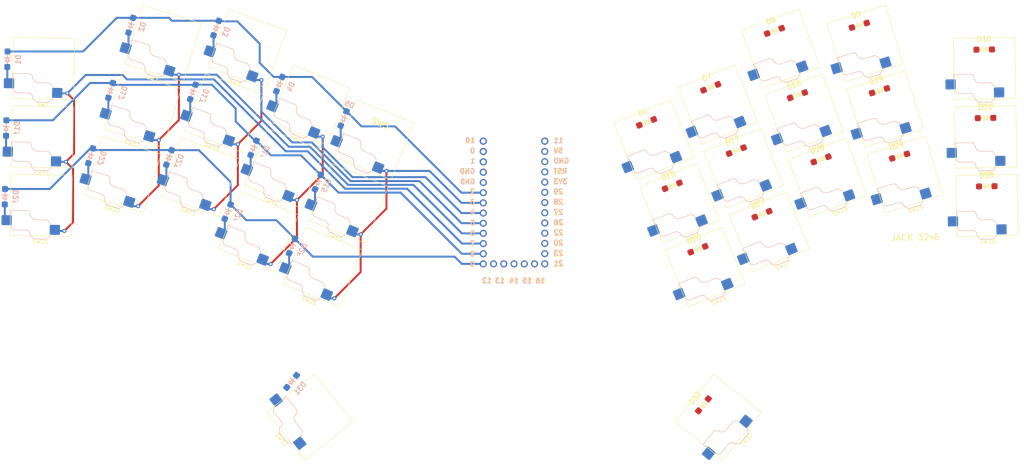
<source format=kicad_pcb>
(kicad_pcb (version 20221018) (generator pcbnew)
  (title_block (title "Jack 32") (date "2024-04-18") (rev "0.6"))
  (layers (0 "F.Cu" signal) (31 "B.Cu" signal) (34 "B.Paste" user) (35 "F.Paste" user) (36 "B.SilkS" user "B.Silkscreen") (37 "F.SilkS" user "F.Silkscreen") (38 "B.Mask" user) (39 "F.Mask" user) (44 "Edge.Cuts" user))
  (net 0 "")
  (net 1 "R0")
  (net 2 "Net-(D1-A)")
  (net 3 "Net-(D2-A)")
  (net 4 "Net-(D3-A)")
  (net 5 "Net-(D4-A)")
  (net 6 "Net-(D5-A)")
  (net 7 "R4")
  (net 8 "Net-(D6-A)")
  (net 9 "Net-(D7-A)")
  (net 10 "Net-(D8-A)")
  (net 11 "Net-(D9-A)")
  (net 12 "Net-(D10-A)")
  (net 13 "R1")
  (net 14 "Net-(D11-A)")
  (net 15 "Net-(D12-A)")
  (net 16 "Net-(D13-A)")
  (net 17 "Net-(D14-A)")
  (net 18 "Net-(D15-A)")
  (net 19 "R5")
  (net 20 "Net-(D16-A)")
  (net 21 "Net-(D17-A)")
  (net 22 "Net-(D18-A)")
  (net 23 "Net-(D19-A)")
  (net 24 "Net-(D20-A)")
  (net 25 "R2")
  (net 26 "Net-(D21-A)")
  (net 27 "Net-(D22-A)")
  (net 28 "Net-(D23-A)")
  (net 29 "Net-(D24-A)")
  (net 30 "Net-(D25-A)")
  (net 31 "R6")
  (net 32 "Net-(D26-A)")
  (net 33 "Net-(D27-A)")
  (net 34 "Net-(D28-A)")
  (net 35 "Net-(D29-A)")
  (net 36 "Net-(D30-A)")
  (net 37 "R3")
  (net 38 "Net-(D31-A)")
  (net 39 "Net-(D32-A)")
  (net 40 "R7")
  (net 41 "C0")
  (net 42 "C1")
  (net 43 "C2")
  (net 44 "C3")
  (net 45 "C4")
  (net 46 "C5")
  (net 47 "C6")
  (net 48 "C7")
  (net 49 "C8")
  (net 50 "C9")
  (net 58 "GND")
  (footprint "Diode_SMD:D_SOD-123" (layer "F.Cu") (at 256.876968 83.943605 1)
    (fp_text reference "D30")
    (fp_text value "D_Small")
  )
  (footprint "ScottoKeebs_Hotswap:Hotswap_Choc_V1_1.00u" (layer "F.Cu") (at 61.879305 81.713611 160)
    (fp_text reference "SW23")
    (fp_text value "MX_SW_HS")
  )
  (footprint "ScottoKeebs_Hotswap:Hotswap_Choc_V1_1.00u" (layer "F.Cu") (at 187.038582 103.959745 -158)
    (fp_text reference "SW26")
    (fp_text value "MX_SW_HS")
  )
  (footprint "ScottoKeebs_Hotswap:Hotswap_Choc_V1_1.00u" (layer "F.Cu") (at 22.695941 71.690603 179)
    (fp_text reference "SW11")
    (fp_text value "MX_SW_HS")
  )
  (footprint "ScottoKeebs_Hotswap:Hotswap_Choc_V1_1.00u" (layer "F.Cu") (at 226.667419 48.503622 -163)
    (fp_text reference "SW9")
    (fp_text value "MX_SW_HS")
  )
  (footprint "ScottoKeebs_Hotswap:Hotswap_Choc_V1_1.00u" (layer "F.Cu") (at 92.218998 103.950071 158)
    (fp_text reference locked "SW25")
    (fp_text value "MX_SW_HS")
  )
  (footprint "ScottoKeebs_Hotswap:Hotswap_Choc_V1_1.00u" (layer "F.Cu") (at 202.931829 95.246495 -158)
    (fp_text reference "SW27")
    (fp_text value "MX_SW_HS")
  )
  (footprint "Keebio-Parts.pretty-master:my_microcontroller" (layer "F.Cu") (at 139.62955 87.601316)
    (fp_text reference "U1" hide)
    (fp_text value "eliteC" hide)
  )
  (footprint "Diode_SMD:D_SOD-123" (layer "F.Cu") (at 225.27955 43.961316 17)
    (fp_text reference "D9")
    (fp_text value "D_Small")
  )
  (footprint "ScottoKeebs_Hotswap:Hotswap_Choc_V1_1.00u" (layer "F.Cu") (at 256.913816 88.693304 -179)
    (fp_text reference "SW30")
    (fp_text value "MX_SW_HS")
  )
  (footprint "Diode_SMD:D_SOD-123" (layer "F.Cu") (at 256.56955 66.981316 1)
    (fp_text reference "D20")
    (fp_text value "D_Small")
  )
  (footprint "ScottoKeebs_Hotswap:Hotswap_Choc_V1_1.00u" (layer "F.Cu") (at 76.325737 95.236881 158)
    (fp_text reference "SW24")
    (fp_text value "MX_SW_HS")
  )
  (footprint "ScottoKeebs_Hotswap:Hotswap_Choc_V1_1.00u" (layer "F.Cu") (at 231.637745 64.760792 -163)
    (fp_text reference "SW19")
    (fp_text value "MX_SW_HS")
  )
  (footprint "Diode_SMD:D_SOD-123" (layer "F.Cu") (at 178.88955 83.801316 22)
    (fp_text reference "D16")
    (fp_text value "D_Small")
  )
  (footprint "ScottoKeebs_Hotswap:Hotswap_Choc_V1_1.00u" (layer "F.Cu") (at 22.399245 88.688022 179)
    (fp_text reference "SW21")
    (fp_text value "MX_SW_HS")
  )
  (footprint "ScottoKeebs_Hotswap:Hotswap_Choc_V1_1.00u" (layer "F.Cu") (at 174.301967 72.435502 -158)
    (fp_text reference "SW6")
    (fp_text value "MX_SW_HS")
  )
  (footprint "Diode_SMD:D_SOD-123" (layer "F.Cu") (at 194.77955 75.068989 22)
    (fp_text reference "D17")
    (fp_text value "D_Small")
  )
  (footprint "Diode_SMD:D_SOD-123" (layer "F.Cu") (at 172.51955 68.051316 22)
    (fp_text reference "D6")
    (fp_text value "D_Small")
  )
  (footprint "Diode_SMD:D_SOD-123" (layer "F.Cu") (at 185.25955 99.561316 22)
    (fp_text reference "D26")
    (fp_text value "D_Small")
  )
  (footprint "Diode_SMD:D_SOD-123" (layer "F.Cu") (at 256.23955 49.991316 1)
    (fp_text reference "D10")
    (fp_text value "D_Small")
  )
  (footprint "ScottoKeebs_Hotswap:Hotswap_Choc_V1_1.00u" (layer "F.Cu") (at 47.621355 64.760792 163)
    (fp_text reference "SW12")
    (fp_text value "MX_SW_HS")
  )
  (footprint "ScottoKeebs_Hotswap:Hotswap_Choc_V1_1.00u" (layer "F.Cu") (at 82.694044 79.474756 158)
    (fp_text reference "SW14")
    (fp_text value "MX_SW_HS")
  )
  (footprint "ScottoKeebs_Hotswap:Hotswap_Choc_V1_1.00u" (layer "F.Cu") (at 89.062359 63.712631 158)
    (fp_text reference "SW4")
    (fp_text value "MX_SW_HS")
  )
  (footprint "ScottoKeebs_Hotswap:Hotswap_Choc_V1_1.00u" (layer "F.Cu") (at 104.95563 72.425808 158)
    (fp_text reference locked "SW5")
    (fp_text value "MX_SW_HS")
  )
  (footprint "ScottoKeebs_Hotswap:Hotswap_Choc_V1_1.00u" (layer "F.Cu") (at 88.971708 141.204769 129)
    (fp_text reference "SW31")
    (fp_text value "MX_SW_HS")
  )
  (footprint "Diode_SMD:D_SOD-123" (layer "F.Cu") (at 230.279374 60.193273 17)
    (fp_text reference "D19")
    (fp_text value "D_Small")
  )
  (footprint "ScottoKeebs_Hotswap:Hotswap_Choc_V1_1.00u" (layer "F.Cu") (at 256.617118 71.695902 -179)
    (fp_text reference "SW20")
    (fp_text value "MX_SW_HS")
  )
  (footprint "ScottoKeebs_Hotswap:Hotswap_Choc_V1_1.00u" (layer "F.Cu") (at 180.670274 88.197628 -158)
    (fp_text reference "SW16")
    (fp_text value "MX_SW_HS")
  )
  (footprint "Diode_SMD:D_SOD-123" (layer "F.Cu") (at 201.13955 90.851316 22)
    (fp_text reference "D27")
    (fp_text value "D_Small")
  )
  (footprint "ScottoKeebs_Hotswap:Hotswap_Choc_V1_1.00u" (layer "F.Cu") (at 98.58732 88.18794 158)
    (fp_text reference locked "SW15")
    (fp_text value "MX_SW_HS")
  )
  (footprint "Diode_SMD:D_SOD-123" (layer "F.Cu") (at 235.2497 76.450458 17)
    (fp_text reference "D29")
    (fp_text value "D_Small")
  )
  (footprint "Diode_SMD:D_SOD-123" (layer "F.Cu") (at 204.21955 45.361316 20)
    (fp_text reference "D8")
    (fp_text value "D_Small")
  )
  (footprint "ScottoKeebs_Hotswap:Hotswap_Choc_V1_1.00u" (layer "F.Cu") (at 236.608065 81.017967 -163)
    (fp_text reference "SW29")
    (fp_text value "MX_SW_HS")
  )
  (footprint "Diode_SMD:D_SOD-123" (layer "F.Cu") (at 215.787391 77.245908 20)
    (fp_text reference "D28")
    (fp_text value "D_Small")
  )
  (footprint "ScottoKeebs_Hotswap:Hotswap_Choc_V1_1.00u" (layer "F.Cu") (at 205.75425 49.786545 -160)
    (fp_text reference "SW8")
    (fp_text value "MX_SW_HS")
  )
  (footprint "ScottoKeebs_Hotswap:Hotswap_Choc_V1_1.00u" (layer "F.Cu") (at 256.320431 54.698485 -179)
    (fp_text reference "SW10")
    (fp_text value "MX_SW_HS")
  )
  (footprint "Diode_SMD:D_SOD-123" (layer "F.Cu") (at 186.60955 138.171316 51)
    (fp_text reference "D32")
    (fp_text value "D_Small")
  )
  (footprint "Diode_SMD:D_SOD-123" (layer "F.Cu") (at 188.42955 59.361316 22)
    (fp_text reference "D7")
    (fp_text value "D_Small")
  )
  (footprint "ScottoKeebs_Hotswap:Hotswap_Choc_V1_1.00u" (layer "F.Cu") (at 190.285872 141.214443 -129)
    (fp_text reference "SW32")
    (fp_text value "MX_SW_HS")
  )
  (footprint "ScottoKeebs_Hotswap:Hotswap_Choc_V1_1.00u" (layer "F.Cu") (at 42.651035 81.017967 163)
    (fp_text reference "SW22")
    (fp_text value "MX_SW_HS")
  )
  (footprint "ScottoKeebs_Hotswap:Hotswap_Choc_V1_1.00u" (layer "F.Cu") (at 190.195202 63.722242 -158)
    (fp_text reference "SW7")
    (fp_text value "MX_SW_HS")
  )
  (footprint "ScottoKeebs_Hotswap:Hotswap_Choc_V1_1.00u" (layer "F.Cu") (at 73.507991 49.764066 160)
    (fp_text reference "SW3")
    (fp_text value "MX_SW_HS")
  )
  (footprint "ScottoKeebs_Hotswap:Hotswap_Choc_V1_1.00u" (layer "F.Cu") (at 211.568596 65.761303 -160)
    (fp_text reference "SW18")
    (fp_text value "MX_SW_HS")
  )
  (footprint "ScottoKeebs_Hotswap:Hotswap_Choc_V1_1.00u" (layer "F.Cu") (at 217.382938 81.736074 -160)
    (fp_text reference "SW28")
    (fp_text value "MX_SW_HS")
  )
  (footprint "ScottoKeebs_Hotswap:Hotswap_Choc_V1_1.00u" (layer "F.Cu") (at 196.563516 79.484372 -158)
    (fp_text reference "SW17")
    (fp_text value "MX_SW_HS")
  )
  (footprint "ScottoKeebs_Hotswap:Hotswap_Choc_V1_1.00u" (layer "F.Cu") (at 52.591681 48.503622 163)
    (fp_text reference "SW2")
    (fp_text value "MX_SW_HS")
  )
  (footprint "ScottoKeebs_Hotswap:Hotswap_Choc_V1_1.00u" (layer "F.Cu") (at 22.992627 54.6932 179)
    (fp_text reference "SW1")
    (fp_text value "MX_SW_HS")
  )
  (footprint "Diode_SMD:D_SOD-123" (layer "F.Cu") (at 209.94955 61.321316 20)
    (fp_text reference "D18")
    (fp_text value "D_Small")
  )
  (footprint "ScottoKeebs_Hotswap:Hotswap_Choc_V1_1.00u" (layer "F.Cu") (at 67.693643 65.738842 160)
    (fp_text reference "SW13")
    (fp_text value "MX_SW_HS")
  )
  (footprint "Diode_SMD:D_SOD-123" (layer "B.Cu") (at 97.38955 67.121316 -112)
    (fp_text reference "D5")
    (fp_text value "D_Small")
  )
  (footprint "Diode_SMD:D_SOD-123" (layer "B.Cu") (at 14.03955 52.401316 -91)
    (fp_text reference "D1")
    (fp_text value "D_Small")
  )
  (footprint "Diode_SMD:D_SOD-123" (layer "B.Cu") (at 34.64955 76.371316 -107)
    (fp_text reference "D22")
    (fp_text value "D_Small")
  )
  (footprint "Diode_SMD:D_SOD-123" (layer "B.Cu") (at 13.72955 69.481316 -91)
    (fp_text reference "D11")
    (fp_text value "D_Small")
  )
  (footprint "Diode_SMD:D_SOD-123" (layer "B.Cu") (at 60.00955 60.531316 -110)
    (fp_text reference "D13")
    (fp_text value "D_Small")
  )
  (footprint "Diode_SMD:D_SOD-123" (layer "B.Cu") (at 68.64955 90.241316 -112)
    (fp_text reference "D24")
    (fp_text value "D_Small")
  )
  (footprint "Diode_SMD:D_SOD-123" (layer "B.Cu") (at 13.41955 86.531316 -91)
    (fp_text reference "D21")
    (fp_text value "D_Small")
  )
  (footprint "Diode_SMD:D_SOD-123" (layer "B.Cu") (at 81.44955 58.581316 -112)
    (fp_text reference "D4")
    (fp_text value "D_Small")
  )
  (footprint "Diode_SMD:D_SOD-123" (layer "B.Cu") (at 54.09955 76.781316 -110)
    (fp_text reference "D23")
    (fp_text value "D_Small")
  )
  (footprint "Diode_SMD:D_SOD-123" (layer "B.Cu") (at 91.02955 82.891316 -112)
    (fp_text reference "D15")
    (fp_text value "D_Small")
  )
  (footprint "Diode_SMD:D_SOD-123" (layer "B.Cu") (at 65.78955 44.671316 -110)
    (fp_text reference "D3")
    (fp_text value "D_Small")
  )
  (footprint "Diode_SMD:D_SOD-123" (layer "B.Cu") (at 75.05955 74.411316 -112)
    (fp_text reference "D14")
    (fp_text value "D_Small")
  )
  (footprint "Diode_SMD:D_SOD-123" (layer "B.Cu") (at 39.61955 60.141316 -107)
    (fp_text reference "D12")
    (fp_text value "D_Small")
  )
  (footprint "Diode_SMD:D_SOD-123" (layer "B.Cu") (at 84.49955 132.371316 -129)
    (fp_text reference "D31")
    (fp_text value "D_Small")
  )
  (footprint "Diode_SMD:D_SOD-123" (layer "B.Cu") (at 84.60955 98.761316 -112)
    (fp_text reference "D25")
    (fp_text value "D_Small")
  )
  (footprint "Diode_SMD:D_SOD-123" (layer "B.Cu") (at 44.61955 43.961316 -107)
    (fp_text reference "D2")
    (fp_text value "D_Small")
  )
  (gr_line (start 136.37955 105.851316) (end 136.87955 104.601316) (stroke (width 0.15)) (layer "F.SilkS"))
  (gr_line (start 139.62955 105.851316) (end 139.62955 104.601316) (stroke (width 0.15)) (layer "F.SilkS"))
  (gr_line (start 145.87955 105.851316) (end 145.12955 104.601316) (stroke (width 0.15)) (layer "F.SilkS"))
  (gr_line (start 142.62955 105.851316) (end 142.37955 104.601316) (stroke (width 0.15)) (layer "F.SilkS"))
  (gr_line (start 133.12955 105.851316) (end 134.12955 104.601316) (stroke (width 0.15)) (layer "F.SilkS"))
  (gr_text "GND" (at 128.060026 80.211316) (layer "B.SilkS") (effects (font (size 1.25 1.25) (thickness 0.25)) (justify mirror)))
  (gr_text "JACK 32v6" (at 239.19205 96.632566 1) (layer "F.SilkS") (effects (font (size 1.5 1.5) (thickness 0.25))))
  (segment (start 98.112541 65.331851) (end 101.842006 69.061316) (width 0.5) (layer "B.Cu") (net 1))
  (segment (start 41.155218 42.115648) (end 32.799256 50.47161) (width 0.5) (layer "B.Cu") (net 1))
  (segment (start 110.14955 69.061316) (end 126.606324 85.51809) (width 0.5) (layer "B.Cu") (net 1))
  (segment (start 54.093882 42.115648) (end 45.183827 42.115648) (width 0.5) (layer "B.Cu") (net 1))
  (segment (start 80.080085 56.791851) (end 76.58955 53.301316) (width 0.5) (layer "B.Cu") (net 1))
  (segment (start 54.81955 42.841316) (end 54.093882 42.115648) (width 0.5) (layer "B.Cu") (net 1))
  (segment (start 66.433256 42.841316) (end 54.81955 42.841316) (width 0.5) (layer "B.Cu") (net 1))
  (segment (start 66.449649 42.857709) (end 66.433256 42.841316) (width 0.5) (layer "B.Cu") (net 1))
  (segment (start 82.172541 56.791851) (end 80.080085 56.791851) (width 0.5) (layer "B.Cu") (net 1))
  (segment (start 89.572541 56.791851) (end 82.172541 56.791851) (width 0.5) (layer "B.Cu") (net 1))
  (segment (start 101.842006 69.061316) (end 110.14955 69.061316) (width 0.5) (layer "B.Cu") (net 1))
  (segment (start 32.799256 50.47161) (end 14.073233 50.47161) (width 0.5) (layer "B.Cu") (net 1))
  (segment (start 126.606324 85.51809) (end 132.02955 85.51809) (width 0.5) (layer "B.Cu") (net 1))
  (segment (start 76.58955 48.551316) (end 71.03169 42.993456) (width 0.5) (layer "B.Cu") (net 1))
  (segment (start 98.112541 65.331851) (end 89.572541 56.791851) (width 0.5) (layer "B.Cu") (net 1))
  (segment (start 71.03169 42.993456) (end 66.832936 42.993456) (width 0.5) (layer "B.Cu") (net 1))
  (segment (start 45.183827 42.115648) (end 41.155218 42.115648) (width 0.5) (layer "B.Cu") (net 1))
  (segment (start 76.58955 53.301316) (end 76.58955 48.551316) (width 0.5) (layer "B.Cu") (net 1))
  (segment (start 14.006216 54.311025) (end 14.006216 57.92289) (width 0.5) (layer "B.Cu") (net 2))
  (segment (start 14.006216 57.92289) (end 14.427602 58.344276) (width 0.5) (layer "B.Cu") (net 2))
  (segment (start 44.06112 45.787858) (end 44.06112 48.943379) (width 0.5) (layer "B.Cu") (net 3))
  (segment (start 44.06112 48.943379) (end 43.352078 49.652421) (width 0.5) (layer "B.Cu") (net 3))
  (segment (start 65.136292 49.512362) (end 64.220927 50.427727) (width 0.5) (layer "B.Cu") (net 4))
  (segment (start 65.136292 46.466129) (end 65.136292 49.512362) (width 0.5) (layer "B.Cu") (net 4))
  (segment (start 80.734051 63.075514) (end 79.757791 64.051774) (width 0.5) (layer "B.Cu") (net 5))
  (segment (start 80.734051 60.352237) (end 80.734051 63.075514) (width 0.5) (layer "B.Cu") (net 5))
  (segment (start 96.674051 71.741962) (end 95.651062 72.764951) (width 0.5) (layer "B.Cu") (net 6))
  (segment (start 96.674051 68.892237) (end 96.674051 71.741962) (width 0.5) (layer "B.Cu") (net 6))
  (segment (start 40.639495 58.751316) (end 40.183827 58.295648) (width 0.5) (layer "B.Cu") (net 13))
  (segment (start 60.669649 58.717709) (end 60.636042 58.751316) (width 0.5) (layer "B.Cu") (net 13))
  (segment (start 91.752541 81.101851) (end 96.152006 85.501316) (width 0.5) (layer "B.Cu") (net 13))
  (segment (start 79.40955 76.251316) (end 75.782541 72.624307) (width 0.5) (layer "B.Cu") (net 13))
  (segment (start 91.670085 81.101851) (end 86.81955 76.251316) (width 0.5) (layer "B.Cu") (net 13))
  (segment (start 86.81955 76.251316) (end 79.40955 76.251316) (width 0.5) (layer "B.Cu") (net 13))
  (segment (start 111.51955 85.501316) (end 126.693374 100.67514) (width 0.5) (layer "B.Cu") (net 13))
  (segment (start 75.410085 72.621851) (end 70.62955 67.841316) (width 0.5) (layer "B.Cu") (net 13))
  (segment (start 70.62955 67.841316) (end 70.62955 64.641316) (width 0.5) (layer "B.Cu") (net 13))
  (segment (start 126.693374 100.67514) (end 132.02955 100.67514) (width 0.5) (layer "B.Cu") (net 13))
  (segment (start 64.705943 58.717709) (end 60.669649 58.717709) (width 0.5) (layer "B.Cu") (net 13))
  (segment (start 60.636042 58.751316) (end 40.639495 58.751316) (width 0.5) (layer "B.Cu") (net 13))
  (segment (start 75.782541 72.621851) (end 75.410085 72.621851) (width 0.5) (layer "B.Cu") (net 13))
  (segment (start 70.62955 64.641316) (end 64.705943 58.717709) (width 0.5) (layer "B.Cu") (net 13))
  (segment (start 40.183827 58.295648) (end 34.545218 58.295648) (width 0.5) (layer "B.Cu") (net 13))
  (segment (start 75.782541 72.624307) (end 75.782541 72.621851) (width 0.5) (layer "B.Cu") (net 13))
  (segment (start 96.152006 85.501316) (end 111.51955 85.501316) (width 0.5) (layer "B.Cu") (net 13))
  (segment (start 91.752541 81.101851) (end 91.670085 81.101851) (width 0.5) (layer "B.Cu") (net 13))
  (segment (start 25.289256 67.55161) (end 13.763233 67.55161) (width 0.5) (layer "B.Cu") (net 13))
  (segment (start 34.545218 58.295648) (end 25.289256 67.55161) (width 0.5) (layer "B.Cu") (net 13))
  (segment (start 13.696216 74.906979) (end 14.130916 75.341679) (width 0.5) (layer "B.Cu") (net 14))
  (segment (start 13.696216 71.391025) (end 13.696216 74.906979) (width 0.5) (layer "B.Cu") (net 14))
  (segment (start 39.06112 65.230223) (end 38.381752 65.909591) (width 0.5) (layer "B.Cu") (net 15))
  (segment (start 39.06112 61.967858) (end 39.06112 65.230223) (width 0.5) (layer "B.Cu") (net 15))
  (segment (start 59.356292 62.326129) (end 59.356292 65.45279) (width 0.5) (layer "B.Cu") (net 16))
  (segment (start 59.356292 65.45279) (end 58.406579 66.402503) (width 0.5) (layer "B.Cu") (net 16))
  (segment (start 74.344051 76.182237) (end 74.344051 78.859324) (width 0.5) (layer "B.Cu") (net 17))
  (segment (start 74.344051 78.859324) (end 73.389476 79.813899) (width 0.5) (layer "B.Cu") (net 17))
  (segment (start 90.314051 87.495784) (end 89.282752 88.527083) (width 0.5) (layer "B.Cu") (net 18))
  (segment (start 90.314051 84.662237) (end 90.314051 87.495784) (width 0.5) (layer "B.Cu") (net 18))
  (segment (start 69.372541 82.844307) (end 69.372541 88.451851) (width 0.5) (layer "B.Cu") (net 25))
  (segment (start 13.453233 84.60161) (end 24.529256 84.60161) (width 0.5) (layer "B.Cu") (net 25))
  (segment (start 85.332541 96.971851) (end 89.752006 101.391316) (width 0.5) (layer "B.Cu") (net 25))
  (segment (start 35.213827 74.525648) (end 35.619495 74.931316) (width 0.5) (layer "B.Cu") (net 25))
  (segment (start 89.752006 101.391316) (end 124.90455 101.391316) (width 0.5) (layer "B.Cu") (net 25))
  (segment (start 73.272006 92.351316) (end 80.712006 92.351316) (width 0.5) (layer "B.Cu") (net 25))
  (segment (start 54.723256 74.931316) (end 54.759649 74.967709) (width 0.5) (layer "B.Cu") (net 25))
  (segment (start 35.619495 74.931316) (end 54.723256 74.931316) (width 0.5) (layer "B.Cu") (net 25))
  (segment (start 54.759649 74.967709) (end 61.495943 74.967709) (width 0.5) (layer "B.Cu") (net 25))
  (segment (start 69.372541 88.451851) (end 73.272006 92.351316) (width 0.5) (layer "B.Cu") (net 25))
  (segment (start 34.605218 74.525648) (end 35.213827 74.525648) (width 0.5) (layer "B.Cu") (net 25))
  (segment (start 24.529256 84.60161) (end 34.605218 74.525648) (width 0.5) (layer "B.Cu") (net 25))
  (segment (start 61.495943 74.967709) (end 69.372541 82.844307) (width 0.5) (layer "B.Cu") (net 25))
  (segment (start 124.90455 101.391316) (end 126.704549 103.191315) (width 0.5) (layer "B.Cu") (net 25))
  (segment (start 80.712006 92.351316) (end 85.332541 96.971851) (width 0.5) (layer "B.Cu") (net 25))
  (segment (start 126.704549 103.191315) (end 132.02955 103.191315) (width 0.5) (layer "B.Cu") (net 25))
  (segment (start 13.386216 91.891094) (end 13.83422 92.339098) (width 0.5) (layer "B.Cu") (net 26))
  (segment (start 13.386216 88.441025) (end 13.386216 91.891094) (width 0.5) (layer "B.Cu") (net 26))
  (segment (start 34.09112 81.487078) (end 33.411432 82.166766) (width 0.5) (layer "B.Cu") (net 27))
  (segment (start 34.09112 78.197858) (end 34.09112 81.487078) (width 0.5) (layer "B.Cu") (net 27))
  (segment (start 53.446292 81.523221) (end 52.592241 82.377272) (width 0.5) (layer "B.Cu") (net 28))
  (segment (start 53.446292 78.576129) (end 53.446292 81.523221) (width 0.5) (layer "B.Cu") (net 28))
  (segment (start 67.934051 94.663142) (end 67.021169 95.576024) (width 0.5) (layer "B.Cu") (net 29))
  (segment (start 67.934051 92.012237) (end 67.934051 94.663142) (width 0.5) (layer "B.Cu") (net 29))
  (segment (start 83.894051 103.309593) (end 82.91443 104.289214) (width 0.5) (layer "B.Cu") (net 30))
  (segment (start 83.894051 100.532237) (end 83.894051 103.309593) (width 0.5) (layer "B.Cu") (net 30))
  (segment (start 28.879815 60.871389) (end 30.55955 62.551124) (width 0.5) (layer "F.Cu") (net 41))
  (segment (start 30.55955 75.851312) (end 28.554948 77.855914) (width 0.5) (layer "F.Cu") (net 41))
  (segment (start 30.30955 92.861316) (end 28.14955 95.021316) (width 0.5) (layer "F.Cu") (net 41))
  (segment (start 28.554948 77.855914) (end 30.30955 79.610516) (width 0.5) (layer "F.Cu") (net 41))
  (segment (start 30.55955 62.551124) (end 30.55955 75.851312) (width 0.5) (layer "F.Cu") (net 41))
  (segment (start 30.30955 79.610516) (end 30.30955 92.861316) (width 0.5) (layer "F.Cu") (net 41))
  (via (at 28.554948 77.855914) (size 1) (drill 0.5) (layers "F.Cu" "B.Cu") (net 41))
  (via (at 28.14955 95.021316) (size 1) (drill 0.5) (layers "F.Cu" "B.Cu") (net 41))
  (via (at 28.879815 60.871389) (size 1) (drill 0.5) (layers "F.Cu" "B.Cu") (net 41))
  (segment (start 97.74955 84.531316) (end 113.13955 84.531316) (width 0.5) (layer "B.Cu") (net 41))
  (segment (start 88.46955 75.251316) (end 97.74955 84.531316) (width 0.5) (layer "B.Cu") (net 41))
  (segment (start 113.13955 84.531316) (end 126.757199 98.148965) (width 0.5) (layer "B.Cu") (net 41))
  (segment (start 33.439888 56.311316) (end 42.60955 56.311316) (width 0.5) (layer "B.Cu") (net 41))
  (segment (start 28.879815 60.871389) (end 33.439888 56.311316) (width 0.5) (layer "B.Cu") (net 41))
  (segment (start 42.60955 56.311316) (end 43.705793 57.407559) (width 0.5) (layer "B.Cu") (net 41))
  (segment (start 126.757199 98.148965) (end 132.02955 98.148965) (width 0.5) (layer "B.Cu") (net 41))
  (segment (start 83.06955 75.251316) (end 88.46955 75.251316) (width 0.5) (layer "B.Cu") (net 41))
  (segment (start 43.705793 57.407559) (end 65.225793 57.407559) (width 0.5) (layer "B.Cu") (net 41))
  (segment (start 26.067121 95.021316) (end 25.793997 94.748192) (width 0.5) (layer "B.Cu") (net 41))
  (segment (start 26.505398 60.871389) (end 26.387379 60.75337) (width 0.5) (layer "B.Cu") (net 41))
  (segment (start 28.554948 77.855914) (end 26.195834 77.855914) (width 0.5) (layer "B.Cu") (net 41))
  (segment (start 28.14955 95.021316) (end 26.067121 95.021316) (width 0.5) (layer "B.Cu") (net 41))
  (segment (start 28.879815 60.871389) (end 26.505398 60.871389) (width 0.5) (layer "B.Cu") (net 41))
  (segment (start 26.195834 77.855914) (end 26.090693 77.750773) (width 0.5) (layer "B.Cu") (net 41))
  (segment (start 65.225793 57.407559) (end 83.06955 75.251316) (width 0.5) (layer "B.Cu") (net 41))
  (segment (start 51.560669 83.740197) (end 46.43955 88.861316) (width 0.5) (layer "F.Cu") (net 42))
  (segment (start 56.55452 67.478766) (end 51.560669 72.472617) (width 0.5) (layer "F.Cu") (net 42))
  (segment (start 51.560669 72.472617) (end 51.560669 83.740197) (width 0.5) (layer "F.Cu") (net 42))
  (segment (start 56.55452 56.235588) (end 56.55452 67.478766) (width 0.5) (layer "F.Cu") (net 42))
  (via (at 51.560669 72.472617) (size 1) (drill 0.5) (layers "F.Cu" "B.Cu") (net 42))
  (via (at 46.43955 88.861316) (size 1) (drill 0.5) (layers "F.Cu" "B.Cu") (net 42))
  (via (at 56.55452 56.235588) (size 1) (drill 0.5) (layers "F.Cu" "B.Cu") (net 42))
  (segment (start 89.03955 74.111316) (end 98.49955 83.571316) (width 0.5) (layer "B.Cu") (net 42))
  (segment (start 65.913822 56.235588) (end 83.78955 74.111316) (width 0.5) (layer "B.Cu") (net 42))
  (segment (start 56.55452 56.235588) (end 55.155353 56.235588) (width 0.5) (layer "B.Cu") (net 42))
  (segment (start 114.68955 83.571316) (end 126.741024 95.62279) (width 0.5) (layer "B.Cu") (net 42))
  (segment (start 56.55452 56.235588) (end 65.913822 56.235588) (width 0.5) (layer "B.Cu") (net 42))
  (segment (start 46.43955 88.861316) (end 45.32609 88.861316) (width 0.5) (layer "B.Cu") (net 42))
  (segment (start 126.741024 95.62279) (end 132.02955 95.62279) (width 0.5) (layer "B.Cu") (net 42))
  (segment (start 45.32609 88.861316) (end 44.243871 87.779097) (width 0.5) (layer "B.Cu") (net 42))
  (segment (start 98.49955 83.571316) (end 114.68955 83.571316) (width 0.5) (layer "B.Cu") (net 42))
  (segment (start 55.155353 56.235588) (end 54.184517 55.264752) (width 0.5) (layer "B.Cu") (net 42))
  (segment (start 50.164886 72.472617) (end 49.214191 71.521922) (width 0.5) (layer "B.Cu") (net 42))
  (segment (start 51.560669 72.472617) (end 50.164886 72.472617) (width 0.5) (layer "B.Cu") (net 42))
  (segment (start 83.78955 74.111316) (end 89.03955 74.111316) (width 0.5) (layer "B.Cu") (net 42))
  (segment (start 77.008157 67.676307) (end 71.171368 73.513096) (width 0.5) (layer "F.Cu") (net 43))
  (segment (start 71.171368 83.639498) (end 65.19955 89.611316) (width 0.5) (layer "F.Cu") (net 43))
  (segment (start 77.008157 57.559677) (end 77.008157 67.676307) (width 0.5) (layer "F.Cu") (net 43))
  (segment (start 71.171368 73.513096) (end 71.171368 83.639498) (width 0.5) (layer "F.Cu") (net 43))
  (via (at 77.008157 57.559677) (size 1) (drill 0.5) (layers "F.Cu" "B.Cu") (net 43))
  (via (at 65.19955 89.611316) (size 1) (drill 0.5) (layers "F.Cu" "B.Cu") (net 43))
  (via (at 71.171368 73.513096) (size 1) (drill 0.5) (layers "F.Cu" "B.Cu") (net 43))
  (segment (start 65.19955 89.611316) (end 64.178587 89.611316) (width 0.5) (layer "B.Cu") (net 43))
  (segment (start 77.008157 65.379923) (end 84.66955 73.041316) (width 0.5) (layer "B.Cu") (net 43))
  (segment (start 84.66955 73.041316) (end 89.50955 73.041316) (width 0.5) (layer "B.Cu") (net 43))
  (segment (start 69.869474 73.513096) (end 68.930446 72.574068) (width 0.5) (layer "B.Cu") (net 43))
  (segment (start 116.17955 82.641316) (end 126.634849 93.096615) (width 0.5) (layer "B.Cu") (net 43))
  (segment (start 71.171368 73.513096) (end 69.869474 73.513096) (width 0.5) (layer "B.Cu") (net 43))
  (segment (start 77.008157 57.559677) (end 75.705179 57.559677) (width 0.5) (layer "B.Cu") (net 43))
  (segment (start 89.50955 73.041316) (end 99.10955 82.641316) (width 0.5) (layer "B.Cu") (net 43))
  (segment (start 126.634849 93.096615) (end 132.02955 93.096615) (width 0.5) (layer "B.Cu") (net 43))
  (segment (start 99.10955 82.641316) (end 116.17955 82.641316) (width 0.5) (layer "B.Cu") (net 43))
  (segment (start 77.008157 57.559677) (end 77.008157 65.379923) (width 0.5) (layer "B.Cu") (net 43))
  (segment (start 75.705179 57.559677) (end 74.744794 56.599292) (width 0.5) (layer "B.Cu") (net 43))
  (segment (start 64.178587 89.611316) (end 63.116108 88.548837) (width 0.5) (layer "B.Cu") (net 43))
  (segment (start 92.20955 71.611316) (end 92.20955 80.961316) (width 0.5) (layer "F.Cu") (net 44))
  (segment (start 85.81955 96.701316) (end 79.28955 103.231316) (width 0.5) (layer "F.Cu") (net 44))
  (segment (start 85.81955 87.351316) (end 85.81955 96.701316) (width 0.5) (layer "F.Cu") (net 44))
  (segment (start 92.20955 80.961316) (end 85.81955 87.351316) (width 0.5) (layer "F.Cu") (net 44))
  (via (at 92.20955 71.611316) (size 1) (drill 0.5) (layers "F.Cu" "B.Cu") (net 44))
  (via (at 79.28955 103.231316) (size 1) (drill 0.5) (layers "F.Cu" "B.Cu") (net 44))
  (via (at 85.81955 87.351316) (size 1) (drill 0.5) (layers "F.Cu" "B.Cu") (net 44))
  (segment (start 117.69955 81.661316) (end 126.608674 90.57044) (width 0.5) (layer "B.Cu") (net 44))
  (segment (start 84.693882 87.351316) (end 83.691548 86.348982) (width 0.5) (layer "B.Cu") (net 44))
  (segment (start 91.084322 71.611316) (end 90.059863 70.586857) (width 0.5) (layer "B.Cu") (net 44))
  (segment (start 126.608674 90.57044) (end 132.02955 90.57044) (width 0.5) (layer "B.Cu") (net 44))
  (segment (start 92.20955 71.611316) (end 92.20955 74.271316) (width 0.5) (layer "B.Cu") (net 44))
  (segment (start 85.81955 87.351316) (end 84.693882 87.351316) (width 0.5) (layer "B.Cu") (net 44))
  (segment (start 99.59955 81.661316) (end 117.69955 81.661316) (width 0.5) (layer "B.Cu") (net 44))
  (segment (start 78.44345 103.231316) (end 77.323241 102.111107) (width 0.5) (layer "B.Cu") (net 44))
  (segment (start 92.20955 71.611316) (end 91.084322 71.611316) (width 0.5) (layer "B.Cu") (net 44))
  (segment (start 92.20955 74.271316) (end 99.59955 81.661316) (width 0.5) (layer "B.Cu") (net 44))
  (segment (start 79.28955 103.231316) (end 78.44345 103.231316) (width 0.5) (layer "B.Cu") (net 44))
  (segment (start 101.61955 105.221316) (end 95.08955 111.751316) (width 0.5) (layer "F.Cu") (net 45))
  (segment (start 108.00955 89.481316) (end 101.61955 95.871316) (width 0.5) (layer "F.Cu") (net 45))
  (segment (start 101.61955 95.871316) (end 101.61955 105.221316) (width 0.5) (layer "F.Cu") (net 45))
  (segment (start 108.00955 80.131316) (end 108.00955 89.481316) (width 0.5) (layer "F.Cu") (net 45))
  (via (at 95.08955 111.751316) (size 1) (drill 0.5) (layers "F.Cu" "B.Cu") (net 45))
  (via (at 108.00955 80.131316) (size 1) (drill 0.5) (layers "F.Cu" "B.Cu") (net 45))
  (via (at 101.61955 95.871316) (size 1) (drill 0.5) (layers "F.Cu" "B.Cu") (net 45))
  (segment (start 108.00955 80.131316) (end 106.784416 80.131316) (width 0.5) (layer "B.Cu") (net 45))
  (segment (start 101.61955 95.871316) (end 100.393974 95.871316) (width 0.5) (layer "B.Cu") (net 45))
  (segment (start 108.00955 80.131316) (end 118.70955 80.131316) (width 0.5) (layer "B.Cu") (net 45))
  (segment (start 126.622499 88.044265) (end 132.02955 88.044265) (width 0.5) (layer "B.Cu") (net 45))
  (segment (start 100.393974 95.871316) (end 99.584824 95.062166) (width 0.5) (layer "B.Cu") (net 45))
  (segment (start 106.784416 80.131316) (end 105.953134 79.300034) (width 0.5) (layer "B.Cu") (net 45))
  (segment (start 118.70955 80.131316) (end 126.622499 88.044265) (width 0.5) (layer "B.Cu") (net 45))
  (segment (start 94.143521 111.751316) (end 93.216502 110.824297) (width 0.5) (layer "B.Cu") (net 45))
  (segment (start 95.08955 111.751316) (end 94.143521 111.751316) (width 0.5) (layer "B.Cu") (net 45))
)
</source>
